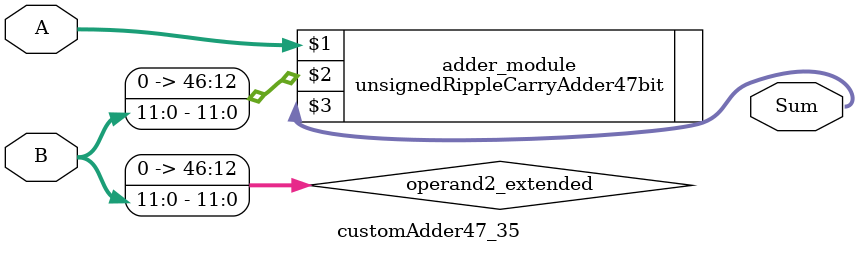
<source format=v>
module customAdder47_35(
                        input [46 : 0] A,
                        input [11 : 0] B,
                        
                        output [47 : 0] Sum
                );

        wire [46 : 0] operand2_extended;
        
        assign operand2_extended =  {35'b0, B};
        
        unsignedRippleCarryAdder47bit adder_module(
            A,
            operand2_extended,
            Sum
        );
        
        endmodule
        
</source>
